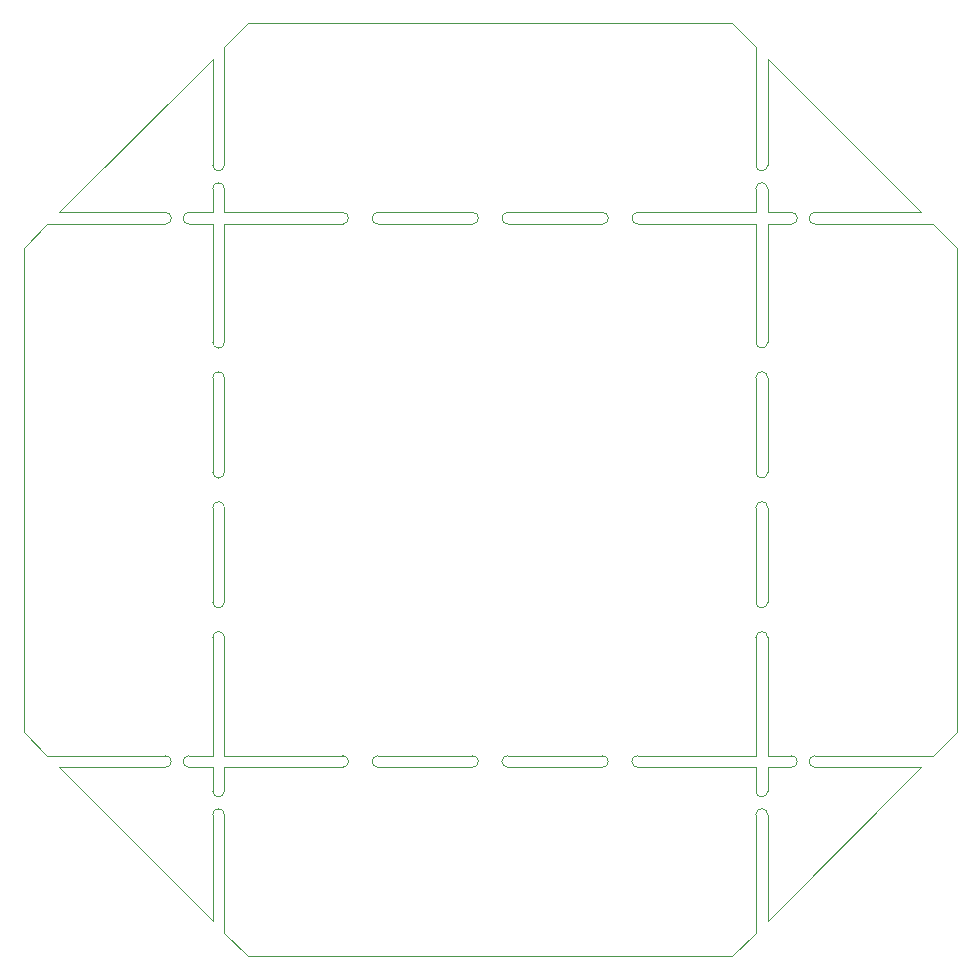
<source format=gbr>
%TF.GenerationSoftware,KiCad,Pcbnew,(5.1.6)-1*%
%TF.CreationDate,2020-10-25T22:56:54+03:00*%
%TF.ProjectId,modular-development-board,6d6f6475-6c61-4722-9d64-6576656c6f70,rev?*%
%TF.SameCoordinates,Original*%
%TF.FileFunction,Profile,NP*%
%FSLAX46Y46*%
G04 Gerber Fmt 4.6, Leading zero omitted, Abs format (unit mm)*
G04 Created by KiCad (PCBNEW (5.1.6)-1) date 2020-10-25 22:56:54*
%MOMM*%
%LPD*%
G01*
G04 APERTURE LIST*
%TA.AperFunction,Profile*%
%ADD10C,0.050000*%
%TD*%
G04 APERTURE END LIST*
D10*
X58000000Y-54000000D02*
X48000000Y-54000000D01*
X48000000Y-54000000D02*
X48000000Y-64000000D01*
X98000000Y-100000000D02*
G75*
G02*
X98000000Y-99000000I0J500000D01*
G01*
X98000000Y-99000000D02*
X108000000Y-99000000D01*
X94000000Y-99000000D02*
X96000000Y-99000000D01*
X96000000Y-99000000D02*
G75*
G02*
X96000000Y-100000000I0J-500000D01*
G01*
X98000000Y-100000000D02*
X107000000Y-100000000D01*
X94000000Y-100000000D02*
X96000000Y-100000000D01*
X93000000Y-104000000D02*
G75*
G02*
X94000000Y-104000000I500000J0D01*
G01*
X94000000Y-104000000D02*
X94000000Y-113000000D01*
X94000000Y-102000000D02*
G75*
G02*
X93000000Y-102000000I-500000J0D01*
G01*
X94000000Y-100000000D02*
X94000000Y-102000000D01*
X93000000Y-100000000D02*
X93000000Y-102000000D01*
X93000000Y-104000000D02*
X93000000Y-114000000D01*
X47000000Y-100000000D02*
X47000000Y-102000000D01*
X47000000Y-104000000D02*
X47000000Y-113000000D01*
X48000000Y-102000000D02*
G75*
G02*
X47000000Y-102000000I-500000J0D01*
G01*
X48000000Y-104000000D02*
X48000000Y-114000000D01*
X47000000Y-104000000D02*
G75*
G02*
X48000000Y-104000000I500000J0D01*
G01*
X48000000Y-100000000D02*
X48000000Y-102000000D01*
X45000000Y-100000000D02*
G75*
G02*
X45000000Y-99000000I0J500000D01*
G01*
X43000000Y-100000000D02*
X34000000Y-100000000D01*
X47000000Y-99000000D02*
X45000000Y-99000000D01*
X47000000Y-100000000D02*
X45000000Y-100000000D01*
X43000000Y-99000000D02*
G75*
G02*
X43000000Y-100000000I0J-500000D01*
G01*
X43000000Y-99000000D02*
X33000000Y-99000000D01*
X47000000Y-54000000D02*
X45000000Y-54000000D01*
X43000000Y-53000000D02*
X34000000Y-53000000D01*
X43000000Y-53000000D02*
G75*
G02*
X43000000Y-54000000I0J-500000D01*
G01*
X45000000Y-54000000D02*
G75*
G02*
X45000000Y-53000000I0J500000D01*
G01*
X47000000Y-53000000D02*
X45000000Y-53000000D01*
X43000000Y-54000000D02*
X33000000Y-54000000D01*
X48000000Y-53000000D02*
X48000000Y-51000000D01*
X47000000Y-49000000D02*
X47000000Y-40000000D01*
X47000000Y-51000000D02*
G75*
G02*
X48000000Y-51000000I500000J0D01*
G01*
X48000000Y-49000000D02*
G75*
G02*
X47000000Y-49000000I-500000J0D01*
G01*
X48000000Y-49000000D02*
X48000000Y-39000000D01*
X47000000Y-53000000D02*
X47000000Y-51000000D01*
X93000000Y-49000000D02*
X93000000Y-39000000D01*
X93000000Y-51000000D02*
G75*
G02*
X94000000Y-51000000I500000J0D01*
G01*
X94000000Y-49000000D02*
X94000000Y-40000000D01*
X94000000Y-49000000D02*
G75*
G02*
X93000000Y-49000000I-500000J0D01*
G01*
X94000000Y-53000000D02*
X94000000Y-51000000D01*
X93000000Y-53000000D02*
X93000000Y-51000000D01*
X96000000Y-53000000D02*
G75*
G02*
X96000000Y-54000000I0J-500000D01*
G01*
X98000000Y-54000000D02*
G75*
G02*
X98000000Y-53000000I0J500000D01*
G01*
X98000000Y-54000000D02*
X108000000Y-54000000D01*
X98000000Y-53000000D02*
X107000000Y-53000000D01*
X34000000Y-53000000D02*
X47000000Y-40000000D01*
X107000000Y-53000000D02*
X94000000Y-40000000D01*
X94000000Y-53000000D02*
X96000000Y-53000000D01*
X107000000Y-100000000D02*
X94000000Y-113000000D01*
X34000000Y-100000000D02*
X47000000Y-113000000D01*
X48000000Y-75000000D02*
G75*
G02*
X47000000Y-75000000I-500000J0D01*
G01*
X47000000Y-67000000D02*
X47000000Y-75000000D01*
X48000000Y-75000000D02*
X48000000Y-67000000D01*
X47000000Y-78000000D02*
X47000000Y-86000000D01*
X47000000Y-78000000D02*
G75*
G02*
X48000000Y-78000000I500000J0D01*
G01*
X48000000Y-86000000D02*
X48000000Y-78000000D01*
X93000000Y-78000000D02*
G75*
G02*
X94000000Y-78000000I500000J0D01*
G01*
X94000000Y-75000000D02*
X94000000Y-67000000D01*
X93000000Y-78000000D02*
X93000000Y-86000000D01*
X93000000Y-67000000D02*
X93000000Y-75000000D01*
X94000000Y-75000000D02*
G75*
G02*
X93000000Y-75000000I-500000J0D01*
G01*
X94000000Y-86000000D02*
X94000000Y-78000000D01*
X72000000Y-100000000D02*
G75*
G02*
X72000000Y-99000000I0J500000D01*
G01*
X61000000Y-100000000D02*
X69000000Y-100000000D01*
X80000000Y-99000000D02*
X72000000Y-99000000D01*
X69000000Y-99000000D02*
G75*
G02*
X69000000Y-100000000I0J-500000D01*
G01*
X72000000Y-100000000D02*
X80000000Y-100000000D01*
X69000000Y-99000000D02*
X61000000Y-99000000D01*
X61000000Y-54000000D02*
X69000000Y-54000000D01*
X69000000Y-53000000D02*
X61000000Y-53000000D01*
X72000000Y-54000000D02*
X80000000Y-54000000D01*
X80000000Y-53000000D02*
X72000000Y-53000000D01*
X72000000Y-54000000D02*
G75*
G02*
X72000000Y-53000000I0J500000D01*
G01*
X69000000Y-53000000D02*
G75*
G02*
X69000000Y-54000000I0J-500000D01*
G01*
X94000000Y-86000000D02*
G75*
G02*
X93000000Y-86000000I-500000J0D01*
G01*
X93000000Y-89000000D02*
G75*
G02*
X94000000Y-89000000I500000J0D01*
G01*
X94000000Y-64000000D02*
G75*
G02*
X93000000Y-64000000I-500000J0D01*
G01*
X93000000Y-67000000D02*
G75*
G02*
X94000000Y-67000000I500000J0D01*
G01*
X48000000Y-64000000D02*
G75*
G02*
X47000000Y-64000000I-500000J0D01*
G01*
X47000000Y-67000000D02*
G75*
G02*
X48000000Y-67000000I500000J0D01*
G01*
X47000000Y-89000000D02*
G75*
G02*
X48000000Y-89000000I500000J0D01*
G01*
X48000000Y-86000000D02*
G75*
G02*
X47000000Y-86000000I-500000J0D01*
G01*
X58000000Y-99000000D02*
G75*
G02*
X58000000Y-100000000I0J-500000D01*
G01*
X61000000Y-100000000D02*
G75*
G02*
X61000000Y-99000000I0J500000D01*
G01*
X83000000Y-100000000D02*
G75*
G02*
X83000000Y-99000000I0J500000D01*
G01*
X80000000Y-99000000D02*
G75*
G02*
X80000000Y-100000000I0J-500000D01*
G01*
X83000000Y-54000000D02*
G75*
G02*
X83000000Y-53000000I0J500000D01*
G01*
X80000000Y-53000000D02*
G75*
G02*
X80000000Y-54000000I0J-500000D01*
G01*
X61000000Y-54000000D02*
G75*
G02*
X61000000Y-53000000I0J500000D01*
G01*
X58000000Y-53000000D02*
G75*
G02*
X58000000Y-54000000I0J-500000D01*
G01*
X47000000Y-89000000D02*
X47000000Y-99000000D01*
X48000000Y-99000000D02*
X48000000Y-89000000D01*
X94000000Y-89000000D02*
X94000000Y-99000000D01*
X93000000Y-99000000D02*
X93000000Y-89000000D01*
X94000000Y-64000000D02*
X94000000Y-54000000D01*
X93000000Y-54000000D02*
X93000000Y-64000000D01*
X83000000Y-54000000D02*
X93000000Y-54000000D01*
X93000000Y-53000000D02*
X83000000Y-53000000D01*
X47000000Y-64000000D02*
X47000000Y-54000000D01*
X48000000Y-53000000D02*
X58000000Y-53000000D01*
X83000000Y-100000000D02*
X93000000Y-100000000D01*
X93000000Y-99000000D02*
X83000000Y-99000000D01*
X58000000Y-99000000D02*
X48000000Y-99000000D01*
X48000000Y-100000000D02*
X58000000Y-100000000D01*
X50000000Y-37000000D02*
X48000000Y-39000000D01*
X93000000Y-39000000D02*
X91000000Y-37000000D01*
X108000000Y-99000000D02*
X110000000Y-97000000D01*
X110000000Y-56000000D02*
X108000000Y-54000000D01*
X50000000Y-116000000D02*
X48000000Y-114000000D01*
X93000000Y-114000000D02*
X91000000Y-116000000D01*
X31000000Y-97000000D02*
X33000000Y-99000000D01*
X33000000Y-54000000D02*
X31000000Y-56000000D01*
X31000000Y-56000000D02*
X31000000Y-97000000D01*
X50000000Y-116000000D02*
X91000000Y-116000000D01*
X110000000Y-56000000D02*
X110000000Y-97000000D01*
X94000000Y-54000000D02*
X96000000Y-54000000D01*
X50000000Y-37000000D02*
X91000000Y-37000000D01*
M02*

</source>
